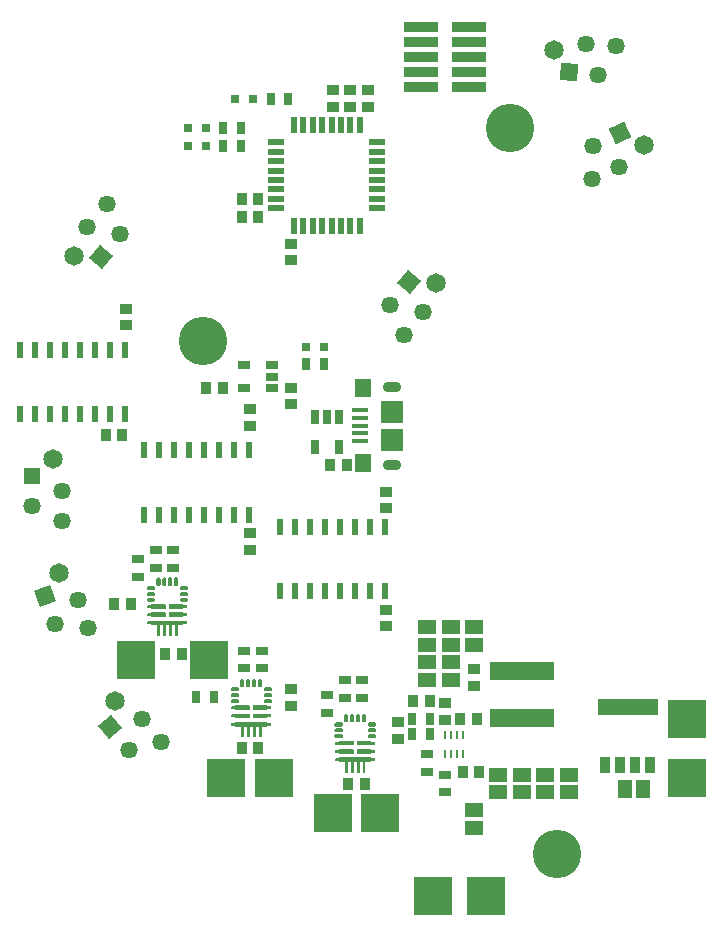
<source format=gbr>
%TF.GenerationSoftware,Altium Limited,Altium Designer,22.9.1 (49)*%
G04 Layer_Color=8388736*
%FSLAX45Y45*%
%MOMM*%
%TF.SameCoordinates,A07B7C20-9008-4073-B72B-9E11D2315A39*%
%TF.FilePolarity,Negative*%
%TF.FileFunction,Soldermask,Top*%
%TF.Part,Single*%
G01*
G75*
%TA.AperFunction,SMDPad,CuDef*%
%ADD12R,1.35000X0.40000*%
%ADD13R,1.90000X1.90000*%
%ADD14R,1.40000X1.60000*%
%ADD17R,0.53340X1.46170*%
%ADD30R,0.50080X1.35890*%
%ADD31R,1.35890X0.50080*%
%ADD32R,0.22860X0.71120*%
%ADD35R,0.80000X0.80000*%
%TA.AperFunction,ComponentPad*%
G04:AMPARAMS|DCode=49|XSize=0.9mm|YSize=1.6mm|CornerRadius=0.45mm|HoleSize=0mm|Usage=FLASHONLY|Rotation=90.000|XOffset=0mm|YOffset=0mm|HoleType=Round|Shape=RoundedRectangle|*
%AMROUNDEDRECTD49*
21,1,0.90000,0.70000,0,0,90.0*
21,1,0.00000,1.60000,0,0,90.0*
1,1,0.90000,0.35000,0.00000*
1,1,0.90000,0.35000,0.00000*
1,1,0.90000,-0.35000,0.00000*
1,1,0.90000,-0.35000,0.00000*
%
%ADD49ROUNDEDRECTD49*%
%TA.AperFunction,SMDPad,CuDef*%
%ADD60R,1.50000X1.20000*%
%ADD61R,0.90000X1.00000*%
%TA.AperFunction,ComponentPad*%
%ADD62P,2.06192X4X275.0*%
%ADD63C,1.45800*%
%ADD64C,1.65000*%
%ADD65P,2.06192X4X355.0*%
%ADD66P,2.06192X4X400.0*%
%ADD67P,2.06192X4X335.0*%
%ADD68P,2.06192X4X250.0*%
%ADD69R,1.45800X1.45800*%
%ADD70C,4.10000*%
%TA.AperFunction,SMDPad,CuDef*%
%ADD80R,2.89000X0.84000*%
%ADD81R,0.80000X1.00000*%
%ADD82R,1.00000X0.80000*%
%ADD83R,5.10000X1.40000*%
%ADD84R,0.90000X1.40000*%
%ADD85R,0.70000X1.20000*%
%ADD86R,1.10000X0.80000*%
%ADD87R,1.20000X1.50000*%
%ADD88R,1.00000X0.90000*%
%ADD89R,5.40000X1.50000*%
%ADD90R,3.20320X3.20320*%
G36*
X11192500Y9785000D02*
Y9735000D01*
X11182500Y9725000D01*
X11167500D01*
X11157500Y9735000D01*
Y9785000D01*
X11167500Y9795000D01*
X11182500D01*
X11192500Y9785000D01*
D02*
G37*
G36*
X11142500D02*
Y9735000D01*
X11132500Y9725000D01*
X11117500D01*
X11107500Y9735000D01*
Y9785000D01*
X11117500Y9795000D01*
X11132500D01*
X11142500Y9785000D01*
D02*
G37*
G36*
X11092500D02*
Y9735000D01*
X11082500Y9725000D01*
X11067500D01*
X11057500Y9735000D01*
Y9785000D01*
X11067500Y9795000D01*
X11082500D01*
X11092500Y9785000D01*
D02*
G37*
G36*
X11042500D02*
Y9735000D01*
X11032500Y9725000D01*
X11017500D01*
X11007500Y9735000D01*
Y9785000D01*
X11017500Y9795000D01*
X11032500D01*
X11042500Y9785000D01*
D02*
G37*
G36*
X11275000Y9715000D02*
Y9700000D01*
X11265000Y9690000D01*
X11215000D01*
X11205000Y9700000D01*
Y9715000D01*
X11215000Y9725000D01*
X11265000D01*
X11275000Y9715000D01*
D02*
G37*
G36*
X10995000D02*
Y9700000D01*
X10985000Y9690000D01*
X10935000D01*
X10925000Y9700000D01*
Y9715000D01*
X10935000Y9725000D01*
X10985000D01*
X10995000Y9715000D01*
D02*
G37*
G36*
X11275000Y9665000D02*
Y9650000D01*
X11265000Y9640000D01*
X11215000D01*
X11205000Y9650000D01*
Y9665000D01*
X11215000Y9675000D01*
X11265000D01*
X11275000Y9665000D01*
D02*
G37*
G36*
X10995000D02*
Y9650000D01*
X10985000Y9640000D01*
X10935000D01*
X10925000Y9650000D01*
Y9665000D01*
X10935000Y9675000D01*
X10985000D01*
X10995000Y9665000D01*
D02*
G37*
G36*
X11275000Y9615000D02*
Y9600000D01*
X11265000Y9590000D01*
X11215000D01*
X11205000Y9600000D01*
Y9615000D01*
X11215000Y9625000D01*
X11265000D01*
X11275000Y9615000D01*
D02*
G37*
G36*
X10995000D02*
Y9600000D01*
X10985000Y9590000D01*
X10935000D01*
X10925000Y9600000D01*
Y9615000D01*
X10935000Y9625000D01*
X10985000D01*
X10995000Y9615000D01*
D02*
G37*
G36*
X11235000Y9562503D02*
X11265000D01*
X11270000Y9557503D01*
Y9542503D01*
X11265000Y9537503D01*
X11235000D01*
Y9530003D01*
X11117500Y9530003D01*
X11112500Y9535003D01*
X11112500Y9565003D01*
X11117500Y9570003D01*
X11235000D01*
Y9562503D01*
D02*
G37*
G36*
X11087500Y9565000D02*
X11087500Y9535000D01*
X11082500Y9530000D01*
X10965000D01*
Y9537500D01*
X10935000Y9537500D01*
X10930000Y9542500D01*
Y9557500D01*
X10935000Y9562500D01*
X10965000Y9562500D01*
Y9570000D01*
X11082500D01*
X11087500Y9565000D01*
D02*
G37*
G36*
X11235000Y9492501D02*
X11265000D01*
X11270000Y9487501D01*
Y9472502D01*
X11265000Y9467502D01*
X11235000Y9467502D01*
Y9460002D01*
X11117500D01*
X11112500Y9465002D01*
X11112500Y9495002D01*
X11117500Y9500002D01*
X11235000D01*
Y9492501D01*
D02*
G37*
G36*
X11087502Y9494998D02*
X11087502Y9464998D01*
X11082502Y9459998D01*
X10965002D01*
Y9467498D01*
X10935002D01*
X10930002Y9472498D01*
Y9487498D01*
X10935002Y9492498D01*
X10965002Y9492498D01*
Y9499998D01*
X11082502D01*
X11087502Y9494998D01*
D02*
G37*
G36*
X11235000Y9422500D02*
X11265000Y9422500D01*
X11270000Y9417500D01*
Y9402500D01*
X11265000Y9397500D01*
X11235000D01*
Y9390000D01*
X11187500D01*
Y9305000D01*
X11182500Y9300000D01*
X11167500D01*
X11162500Y9305000D01*
Y9390000D01*
X11137500D01*
Y9305000D01*
X11132500Y9300000D01*
X11117500D01*
X11112500Y9305000D01*
Y9390000D01*
X11087500D01*
Y9305000D01*
X11082500Y9300000D01*
X11067500D01*
X11062500Y9305000D01*
Y9390000D01*
X11037500D01*
Y9305000D01*
X11032500Y9300000D01*
X11017500D01*
X11012500Y9305000D01*
Y9390000D01*
X10965000D01*
Y9397500D01*
X10935000D01*
X10930000Y9402500D01*
Y9417500D01*
X10935000Y9422500D01*
X10965000D01*
Y9430000D01*
X11235000D01*
Y9422500D01*
D02*
G37*
G36*
X11902500Y8927500D02*
Y8877500D01*
X11892500Y8867500D01*
X11877500D01*
X11867500Y8877500D01*
Y8927500D01*
X11877500Y8937500D01*
X11892500D01*
X11902500Y8927500D01*
D02*
G37*
G36*
X11852500D02*
Y8877500D01*
X11842500Y8867500D01*
X11827500D01*
X11817500Y8877500D01*
Y8927500D01*
X11827500Y8937500D01*
X11842500D01*
X11852500Y8927500D01*
D02*
G37*
G36*
X11802500D02*
Y8877500D01*
X11792500Y8867500D01*
X11777500D01*
X11767500Y8877500D01*
Y8927500D01*
X11777500Y8937500D01*
X11792500D01*
X11802500Y8927500D01*
D02*
G37*
G36*
X11752500D02*
Y8877500D01*
X11742500Y8867500D01*
X11727500D01*
X11717500Y8877500D01*
Y8927500D01*
X11727500Y8937500D01*
X11742500D01*
X11752500Y8927500D01*
D02*
G37*
G36*
X11985000Y8857500D02*
Y8842500D01*
X11975000Y8832500D01*
X11925000D01*
X11915000Y8842500D01*
Y8857500D01*
X11925000Y8867500D01*
X11975000D01*
X11985000Y8857500D01*
D02*
G37*
G36*
X11705000D02*
Y8842500D01*
X11695000Y8832500D01*
X11645000D01*
X11635000Y8842500D01*
Y8857500D01*
X11645000Y8867500D01*
X11695000D01*
X11705000Y8857500D01*
D02*
G37*
G36*
X11985000Y8807500D02*
Y8792500D01*
X11975000Y8782500D01*
X11925000D01*
X11915000Y8792500D01*
Y8807500D01*
X11925000Y8817500D01*
X11975000D01*
X11985000Y8807500D01*
D02*
G37*
G36*
X11705000D02*
Y8792500D01*
X11695000Y8782500D01*
X11645000D01*
X11635000Y8792500D01*
Y8807500D01*
X11645000Y8817500D01*
X11695000D01*
X11705000Y8807500D01*
D02*
G37*
G36*
X11985000Y8757500D02*
Y8742500D01*
X11975000Y8732500D01*
X11925000D01*
X11915000Y8742500D01*
Y8757500D01*
X11925000Y8767500D01*
X11975000D01*
X11985000Y8757500D01*
D02*
G37*
G36*
X11705000D02*
Y8742500D01*
X11695000Y8732500D01*
X11645000D01*
X11635000Y8742500D01*
Y8757500D01*
X11645000Y8767500D01*
X11695000D01*
X11705000Y8757500D01*
D02*
G37*
G36*
X11945000Y8705003D02*
X11975000D01*
X11980000Y8700003D01*
Y8685003D01*
X11975000Y8680003D01*
X11945000D01*
Y8672503D01*
X11827500Y8672503D01*
X11822500Y8677503D01*
X11822500Y8707503D01*
X11827500Y8712503D01*
X11945000D01*
Y8705003D01*
D02*
G37*
G36*
X11797500Y8707500D02*
X11797500Y8677500D01*
X11792500Y8672500D01*
X11675000D01*
Y8680000D01*
X11645000Y8680000D01*
X11640000Y8685000D01*
Y8700000D01*
X11645000Y8705000D01*
X11675000Y8705000D01*
Y8712500D01*
X11792500D01*
X11797500Y8707500D01*
D02*
G37*
G36*
X11945000Y8635002D02*
X11975000D01*
X11980000Y8630002D01*
Y8615002D01*
X11975000Y8610002D01*
X11945000Y8610002D01*
Y8602502D01*
X11827500D01*
X11822500Y8607502D01*
X11822500Y8637502D01*
X11827500Y8642502D01*
X11945000D01*
Y8635002D01*
D02*
G37*
G36*
X11797502Y8637498D02*
X11797502Y8607498D01*
X11792502Y8602498D01*
X11675002D01*
Y8609999D01*
X11645002D01*
X11640002Y8614999D01*
Y8629998D01*
X11645002Y8634998D01*
X11675002Y8634998D01*
Y8642498D01*
X11792502D01*
X11797502Y8637498D01*
D02*
G37*
G36*
X12782500Y8627500D02*
Y8577500D01*
X12772500Y8567500D01*
X12757500D01*
X12747500Y8577500D01*
Y8627500D01*
X12757500Y8637500D01*
X12772500D01*
X12782500Y8627500D01*
D02*
G37*
G36*
X12732500D02*
Y8577500D01*
X12722500Y8567500D01*
X12707500D01*
X12697500Y8577500D01*
Y8627500D01*
X12707500Y8637500D01*
X12722500D01*
X12732500Y8627500D01*
D02*
G37*
G36*
X12682500D02*
Y8577500D01*
X12672500Y8567500D01*
X12657500D01*
X12647500Y8577500D01*
Y8627500D01*
X12657500Y8637500D01*
X12672500D01*
X12682500Y8627500D01*
D02*
G37*
G36*
X12632500D02*
Y8577500D01*
X12622500Y8567500D01*
X12607500D01*
X12597500Y8577500D01*
Y8627500D01*
X12607500Y8637500D01*
X12622500D01*
X12632500Y8627500D01*
D02*
G37*
G36*
X12864999Y8557500D02*
Y8542500D01*
X12855000Y8532500D01*
X12805000D01*
X12795000Y8542500D01*
Y8557500D01*
X12805000Y8567500D01*
X12855000D01*
X12864999Y8557500D01*
D02*
G37*
G36*
X12585000D02*
Y8542500D01*
X12575000Y8532500D01*
X12525000D01*
X12515000Y8542500D01*
Y8557500D01*
X12525000Y8567500D01*
X12575000D01*
X12585000Y8557500D01*
D02*
G37*
G36*
X12864999Y8507500D02*
Y8492500D01*
X12855000Y8482500D01*
X12805000D01*
X12795000Y8492500D01*
Y8507500D01*
X12805000Y8517500D01*
X12855000D01*
X12864999Y8507500D01*
D02*
G37*
G36*
X12585000D02*
Y8492500D01*
X12575000Y8482500D01*
X12525000D01*
X12515000Y8492500D01*
Y8507500D01*
X12525000Y8517500D01*
X12575000D01*
X12585000Y8507500D01*
D02*
G37*
G36*
X11945000Y8565000D02*
X11975000Y8565000D01*
X11980000Y8560000D01*
Y8545000D01*
X11975000Y8540000D01*
X11945000D01*
Y8532500D01*
X11897500D01*
Y8447500D01*
X11892500Y8442500D01*
X11877500D01*
X11872500Y8447500D01*
Y8532500D01*
X11847500D01*
Y8447500D01*
X11842500Y8442500D01*
X11827500D01*
X11822500Y8447500D01*
Y8532500D01*
X11797500D01*
Y8447500D01*
X11792500Y8442500D01*
X11777500D01*
X11772500Y8447500D01*
Y8532500D01*
X11747500D01*
Y8447500D01*
X11742500Y8442500D01*
X11727500D01*
X11722500Y8447500D01*
Y8532500D01*
X11675000D01*
Y8540000D01*
X11645000D01*
X11640000Y8545000D01*
Y8560000D01*
X11645000Y8565000D01*
X11675000D01*
Y8572500D01*
X11945000D01*
Y8565000D01*
D02*
G37*
G36*
X12864999Y8457500D02*
Y8442500D01*
X12855000Y8432500D01*
X12805000D01*
X12795000Y8442500D01*
Y8457500D01*
X12805000Y8467500D01*
X12855000D01*
X12864999Y8457500D01*
D02*
G37*
G36*
X12585000D02*
Y8442500D01*
X12575000Y8432500D01*
X12525000D01*
X12515000Y8442500D01*
Y8457500D01*
X12525000Y8467500D01*
X12575000D01*
X12585000Y8457500D01*
D02*
G37*
G36*
X12825000Y8405003D02*
X12855000D01*
X12860001Y8400003D01*
Y8385003D01*
X12855000Y8380003D01*
X12825000D01*
Y8372503D01*
X12707500Y8372503D01*
X12702500Y8377503D01*
X12702500Y8407503D01*
X12707500Y8412503D01*
X12825000D01*
Y8405003D01*
D02*
G37*
G36*
X12677500Y8407500D02*
X12677500Y8377500D01*
X12672500Y8372500D01*
X12555000D01*
Y8380000D01*
X12525000Y8380000D01*
X12520000Y8385000D01*
Y8400000D01*
X12525000Y8405000D01*
X12555000Y8405000D01*
Y8412500D01*
X12672500D01*
X12677500Y8407500D01*
D02*
G37*
G36*
X12825000Y8335001D02*
X12855000D01*
X12860001Y8330001D01*
Y8315001D01*
X12855000Y8310002D01*
X12825000Y8310001D01*
Y8302502D01*
X12707500D01*
X12702500Y8307502D01*
X12702500Y8337501D01*
X12707500Y8342501D01*
X12825000D01*
Y8335001D01*
D02*
G37*
G36*
X12677502Y8337498D02*
X12677502Y8307498D01*
X12672502Y8302498D01*
X12555002D01*
Y8309998D01*
X12525002D01*
X12520002Y8314998D01*
Y8329998D01*
X12525002Y8334998D01*
X12555002Y8334998D01*
Y8342498D01*
X12672502D01*
X12677502Y8337498D01*
D02*
G37*
G36*
X12825000Y8265000D02*
X12855000Y8265000D01*
X12860001Y8260000D01*
Y8245000D01*
X12855000Y8240000D01*
X12825000D01*
Y8232500D01*
X12777500D01*
Y8147500D01*
X12772500Y8142500D01*
X12757500D01*
X12752500Y8147500D01*
Y8232500D01*
X12727500D01*
Y8147500D01*
X12722500Y8142500D01*
X12707500D01*
X12702500Y8147500D01*
Y8232500D01*
X12677500D01*
Y8147500D01*
X12672500Y8142500D01*
X12657500D01*
X12652500Y8147500D01*
Y8232500D01*
X12627500D01*
Y8147500D01*
X12622500Y8142500D01*
X12607500D01*
X12602500Y8147500D01*
Y8232500D01*
X12555000D01*
Y8240000D01*
X12525000D01*
X12520000Y8245000D01*
Y8260000D01*
X12525000Y8265000D01*
X12555000D01*
Y8272500D01*
X12825000D01*
Y8265000D01*
D02*
G37*
D12*
X12732500Y10950000D02*
D03*
Y11015000D02*
D03*
Y11080000D02*
D03*
Y11145000D02*
D03*
Y11210000D02*
D03*
D13*
X13000000Y10960000D02*
D03*
Y11200000D02*
D03*
D14*
X12755000Y10760000D02*
D03*
Y11400000D02*
D03*
D17*
X12944501Y9677525D02*
D03*
X12817500D02*
D03*
X12690500D02*
D03*
X12563500D02*
D03*
X12436500D02*
D03*
X12309500D02*
D03*
X12182500D02*
D03*
X12055500D02*
D03*
Y10222475D02*
D03*
X12182500D02*
D03*
X12309500D02*
D03*
X12436500D02*
D03*
X12563500D02*
D03*
X12690500D02*
D03*
X12817500D02*
D03*
X12944501D02*
D03*
X11794500Y10327525D02*
D03*
X11667500D02*
D03*
X11540500D02*
D03*
X11413500D02*
D03*
X11286500D02*
D03*
X11159500D02*
D03*
X11032500D02*
D03*
X10905500D02*
D03*
Y10872475D02*
D03*
X11032500D02*
D03*
X11159500D02*
D03*
X11286500D02*
D03*
X11413500D02*
D03*
X11540500D02*
D03*
X11667500D02*
D03*
X11794500D02*
D03*
X10744500Y11177525D02*
D03*
X10617500D02*
D03*
X10490500D02*
D03*
X10363500D02*
D03*
X10236500D02*
D03*
X10109500D02*
D03*
X9982500D02*
D03*
X9855500D02*
D03*
Y11722475D02*
D03*
X9982500D02*
D03*
X10109500D02*
D03*
X10236500D02*
D03*
X10363500D02*
D03*
X10490500D02*
D03*
X10617500D02*
D03*
X10744500D02*
D03*
D30*
X12730000Y13627354D02*
D03*
X12650000D02*
D03*
X12570000D02*
D03*
X12490000D02*
D03*
X12410000D02*
D03*
X12330000D02*
D03*
X12250000D02*
D03*
X12170000D02*
D03*
Y12772645D02*
D03*
X12250000D02*
D03*
X12330000D02*
D03*
X12410000D02*
D03*
X12490000D02*
D03*
X12570000D02*
D03*
X12650000D02*
D03*
X12730000D02*
D03*
D31*
X12022645Y13480000D02*
D03*
Y13400000D02*
D03*
Y13320000D02*
D03*
Y13239999D02*
D03*
Y13160001D02*
D03*
Y13080000D02*
D03*
Y13000000D02*
D03*
Y12920000D02*
D03*
X12877354D02*
D03*
Y13000000D02*
D03*
Y13080000D02*
D03*
Y13160001D02*
D03*
Y13239999D02*
D03*
Y13320000D02*
D03*
Y13400000D02*
D03*
Y13480000D02*
D03*
D32*
X13449986Y8300000D02*
D03*
X13500000D02*
D03*
X13550014D02*
D03*
X13600024D02*
D03*
Y8460020D02*
D03*
X13550014D02*
D03*
X13500000D02*
D03*
X13449986D02*
D03*
D35*
X12425000Y11750000D02*
D03*
X12275000D02*
D03*
X11825000Y13850000D02*
D03*
X11675000D02*
D03*
X11425000Y13450000D02*
D03*
X11275000D02*
D03*
X11425000Y13600000D02*
D03*
X11275000D02*
D03*
D49*
X13000000Y10750000D02*
D03*
Y11410000D02*
D03*
D60*
X13700000Y7675000D02*
D03*
Y7825000D02*
D03*
X13899998Y8125000D02*
D03*
Y7975000D02*
D03*
X14099998Y8125000D02*
D03*
Y7975000D02*
D03*
X14299998Y8125000D02*
D03*
Y7975000D02*
D03*
X14499998Y8125000D02*
D03*
Y7975000D02*
D03*
X13300000Y9375000D02*
D03*
Y9225000D02*
D03*
X13500000Y9375000D02*
D03*
Y9225000D02*
D03*
X13700000Y9375000D02*
D03*
Y9225000D02*
D03*
X13500000Y9075000D02*
D03*
Y8925000D02*
D03*
X13300000D02*
D03*
Y9075000D02*
D03*
D61*
X10790000Y9570000D02*
D03*
X10650000D02*
D03*
X11570000Y11400000D02*
D03*
X11430000D02*
D03*
X13180000Y8750000D02*
D03*
X13320000D02*
D03*
X12620000Y10750000D02*
D03*
X12480000D02*
D03*
X13580000Y8600000D02*
D03*
X13720000D02*
D03*
X13600000Y8150000D02*
D03*
X13739999D02*
D03*
X11870000Y13000000D02*
D03*
X11730000D02*
D03*
X11730000Y12850000D02*
D03*
X11870000D02*
D03*
X10720000Y11000000D02*
D03*
X10580000D02*
D03*
X12630000Y8050000D02*
D03*
X12770000D02*
D03*
X11080000Y9150000D02*
D03*
X11220000D02*
D03*
X11730000Y8350000D02*
D03*
X11870000D02*
D03*
D62*
X13150000Y12300000D02*
D03*
X10536732Y12505425D02*
D03*
D63*
X13262941Y12039444D02*
D03*
X12986732Y12105425D02*
D03*
X13099673Y11844869D02*
D03*
X10886732Y8594575D02*
D03*
X10773791Y8334020D02*
D03*
X11050000Y8400000D02*
D03*
X14645621Y14314102D02*
D03*
X14750000Y14050000D02*
D03*
X14898654Y14291965D02*
D03*
X10345246Y9606214D02*
D03*
X10150000Y9400000D02*
D03*
X10432119Y9367532D02*
D03*
X14922446Y13273471D02*
D03*
X14700000Y13450000D02*
D03*
X14692244Y13166125D02*
D03*
X10204000Y10527000D02*
D03*
X9950000Y10400000D02*
D03*
X10204000Y10273000D02*
D03*
X10423790Y12765980D02*
D03*
X10700000Y12700000D02*
D03*
X10587059Y12960555D02*
D03*
D64*
X13377879Y12291544D02*
D03*
X10658420Y8751543D02*
D03*
X14373187Y14263654D02*
D03*
X10184389Y9831802D02*
D03*
X15133156Y13453375D02*
D03*
X10130000Y10794000D02*
D03*
X10308854Y12513880D02*
D03*
D65*
X10610523Y8528595D02*
D03*
D66*
X14496967Y14072137D02*
D03*
D67*
X10063127Y9638682D02*
D03*
D68*
X14930202Y13557346D02*
D03*
D69*
X9950000Y10654000D02*
D03*
D70*
X11400000Y11800000D02*
D03*
X14000000Y13600000D02*
D03*
X14400000Y7450000D02*
D03*
D80*
X13246500Y14073000D02*
D03*
X13653500D02*
D03*
X13246500Y13946001D02*
D03*
X13653500D02*
D03*
X13246500Y14453999D02*
D03*
X13653500D02*
D03*
X13246500Y14327000D02*
D03*
X13653500D02*
D03*
X13246500Y14200000D02*
D03*
X13653200D02*
D03*
D81*
X12425000Y11600000D02*
D03*
X12275000D02*
D03*
X13325000Y8470000D02*
D03*
X13175000D02*
D03*
X13175000Y8600000D02*
D03*
X13325000D02*
D03*
X12125000Y13850000D02*
D03*
X11975000D02*
D03*
X11725000Y13450000D02*
D03*
X11575000D02*
D03*
X11725000Y13600000D02*
D03*
X11575000D02*
D03*
X11495000Y8780000D02*
D03*
X11345000D02*
D03*
D82*
X13300000Y8300000D02*
D03*
Y8150000D02*
D03*
X13450000Y7975000D02*
D03*
Y8125000D02*
D03*
X12750000Y8775000D02*
D03*
Y8925000D02*
D03*
X11150000Y9875000D02*
D03*
Y10025000D02*
D03*
X11900000Y9025000D02*
D03*
Y9175000D02*
D03*
X12600000Y8775000D02*
D03*
Y8925000D02*
D03*
X11000000Y9875000D02*
D03*
Y10025000D02*
D03*
X11750000Y9025000D02*
D03*
Y9175000D02*
D03*
X12450000Y8650000D02*
D03*
Y8800000D02*
D03*
X10850000Y9800000D02*
D03*
Y9950000D02*
D03*
D83*
X15000000Y8700000D02*
D03*
D84*
X15190500Y8204700D02*
D03*
X15063499D02*
D03*
X14936501D02*
D03*
X14809500D02*
D03*
D85*
X12553200Y10900000D02*
D03*
X12350000D02*
D03*
Y11154000D02*
D03*
X12553200D02*
D03*
X12451600D02*
D03*
D86*
X11750000Y11590000D02*
D03*
Y11400000D02*
D03*
X11990000Y11590000D02*
D03*
Y11495000D02*
D03*
Y11400000D02*
D03*
D87*
X15125000Y8000000D02*
D03*
X14975000D02*
D03*
D88*
X13450000Y8730000D02*
D03*
Y8590000D02*
D03*
X12150000Y11400000D02*
D03*
Y11260000D02*
D03*
X13700000Y9020000D02*
D03*
Y8880000D02*
D03*
X12800000Y13780000D02*
D03*
Y13920000D02*
D03*
X12500000Y13920000D02*
D03*
Y13780000D02*
D03*
X12150000Y12480000D02*
D03*
Y12620000D02*
D03*
X12650000Y13920000D02*
D03*
Y13780000D02*
D03*
X12950000Y9520000D02*
D03*
Y9380000D02*
D03*
Y10520000D02*
D03*
Y10380000D02*
D03*
X11800000Y10170000D02*
D03*
Y10030000D02*
D03*
Y11220000D02*
D03*
Y11080000D02*
D03*
X10750000Y12070000D02*
D03*
Y11930000D02*
D03*
X13050000Y8570000D02*
D03*
Y8430000D02*
D03*
X12150000Y8850000D02*
D03*
Y8710000D02*
D03*
D89*
X14100000Y8606300D02*
D03*
Y9000000D02*
D03*
D90*
X13800000Y7100000D02*
D03*
X13350000D02*
D03*
X15500000Y8100000D02*
D03*
Y8600000D02*
D03*
X12500000Y7800000D02*
D03*
X10837300Y9100000D02*
D03*
X11600000Y8100000D02*
D03*
X12900000Y7800000D02*
D03*
X11450000Y9100000D02*
D03*
X12000000Y8100000D02*
D03*
%TF.MD5,6506ea120b0be0cd5ba1eb06284835a1*%
M02*

</source>
